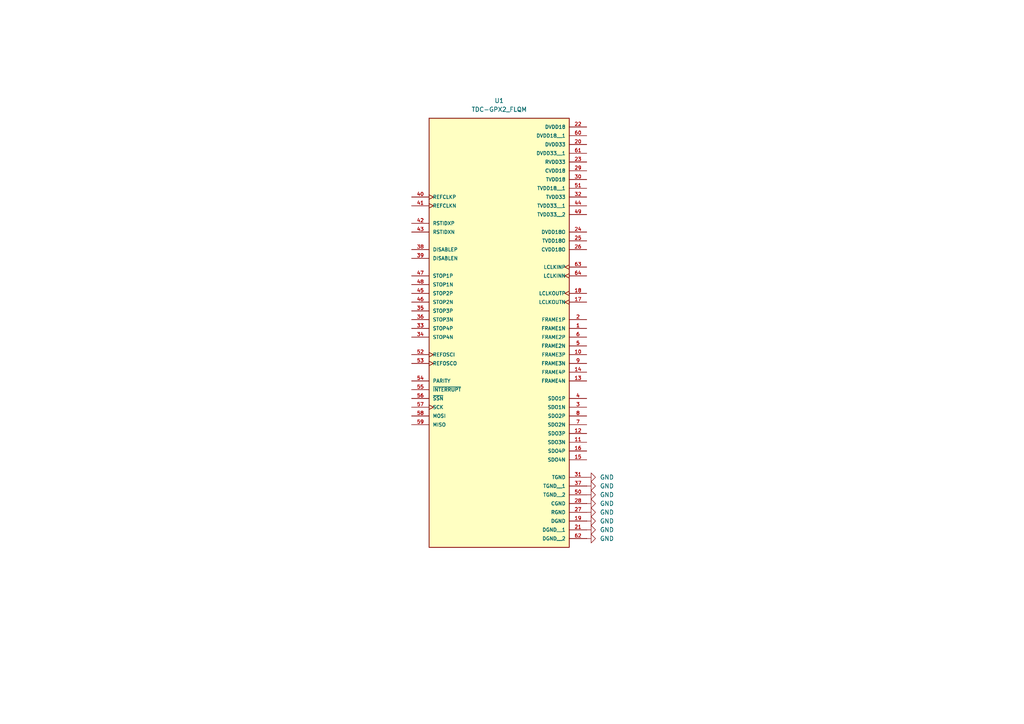
<source format=kicad_sch>
(kicad_sch (version 20231120) (generator "eeschema") (generator_version "8.0")
  (paper "A4")
  (lib_symbols
    (symbol "TDC-GPX2_FLQM:TDC-GPX2_FLQM" (pin_names (offset 1.016))
      (property "Reference" "U" (at -20.32 52.07 0))
      (property "Value" "TDC-GPX2_FLQM" (at -20.32 -76.2 0))
      (symbol "TDC-GPX2_FLQM_0_0"
        (rectangle (start -20.32 -73.66) (end 20.32 50.8) (stroke (width 0.254)) (fill (type background)))
        (pin output line (at 25.4 -10.16 180) (length 5.08) (name "FRAME1N") (number "1"))
        (pin output line (at 25.4 -17.78 180) (length 5.08) (name "FRAME3P") (number "10"))
        (pin output line (at 25.4 -43.18 180) (length 5.08) (name "SDO3N") (number "11"))
        (pin output line (at 25.4 -40.64 180) (length 5.08) (name "SDO3P") (number "12"))
        (pin output line (at 25.4 -25.4 180) (length 5.08) (name "FRAME4N") (number "13"))
        (pin output line (at 25.4 -22.86 180) (length 5.08) (name "FRAME4P") (number "14"))
        (pin output line (at 25.4 -48.26 180) (length 5.08) (name "SDO4N") (number "15"))
        (pin output line (at 25.4 -45.72 180) (length 5.08) (name "SDO4P") (number "16"))
        (pin output clock (at 25.4 -2.54 180) (length 5.08) (name "LCLKOUTN") (number "17"))
        (pin output clock (at 25.4 0 180) (length 5.08) (name "LCLKOUTP") (number "18"))
        (pin power_in line (at 25.4 -66.04 180) (length 5.08) (name "DGND") (number "19"))
        (pin output line (at 25.4 -7.62 180) (length 5.08) (name "FRAME1P") (number "2"))
        (pin power_in line (at 25.4 43.18 180) (length 5.08) (name "DVDD33") (number "20"))
        (pin power_in line (at 25.4 -68.58 180) (length 5.08) (name "DGND__1") (number "21"))
        (pin power_in line (at 25.4 48.26 180) (length 5.08) (name "DVDD18") (number "22"))
        (pin power_in line (at 25.4 38.1 180) (length 5.08) (name "RVDD33") (number "23"))
        (pin output line (at 25.4 17.78 180) (length 5.08) (name "DVDD18O") (number "24"))
        (pin output line (at 25.4 15.24 180) (length 5.08) (name "TVDD18O") (number "25"))
        (pin output line (at 25.4 12.7 180) (length 5.08) (name "CVDD18O") (number "26"))
        (pin power_in line (at 25.4 -63.5 180) (length 5.08) (name "RGND") (number "27"))
        (pin power_in line (at 25.4 -60.96 180) (length 5.08) (name "CGND") (number "28"))
        (pin power_in line (at 25.4 35.56 180) (length 5.08) (name "CVDD18") (number "29"))
        (pin output line (at 25.4 -33.02 180) (length 5.08) (name "SDO1N") (number "3"))
        (pin power_in line (at 25.4 33.02 180) (length 5.08) (name "TVDD18") (number "30"))
        (pin power_in line (at 25.4 -53.34 180) (length 5.08) (name "TGND") (number "31"))
        (pin power_in line (at 25.4 27.94 180) (length 5.08) (name "TVDD33") (number "32"))
        (pin input line (at -25.4 -10.16 0) (length 5.08) (name "STOP4P") (number "33"))
        (pin input line (at -25.4 -12.7 0) (length 5.08) (name "STOP4N") (number "34"))
        (pin input line (at -25.4 -5.08 0) (length 5.08) (name "STOP3P") (number "35"))
        (pin input line (at -25.4 -7.62 0) (length 5.08) (name "STOP3N") (number "36"))
        (pin power_in line (at 25.4 -55.88 180) (length 5.08) (name "TGND__1") (number "37"))
        (pin input line (at -25.4 12.7 0) (length 5.08) (name "DISABLEP") (number "38"))
        (pin input line (at -25.4 10.16 0) (length 5.08) (name "DISABLEN") (number "39"))
        (pin output line (at 25.4 -30.48 180) (length 5.08) (name "SDO1P") (number "4"))
        (pin input clock (at -25.4 27.94 0) (length 5.08) (name "REFCLKP") (number "40"))
        (pin input clock (at -25.4 25.4 0) (length 5.08) (name "REFCLKN") (number "41"))
        (pin input line (at -25.4 20.32 0) (length 5.08) (name "RSTIDXP") (number "42"))
        (pin input line (at -25.4 17.78 0) (length 5.08) (name "RSTIDXN") (number "43"))
        (pin power_in line (at 25.4 25.4 180) (length 5.08) (name "TVDD33__1") (number "44"))
        (pin input line (at -25.4 0 0) (length 5.08) (name "STOP2P") (number "45"))
        (pin input line (at -25.4 -2.54 0) (length 5.08) (name "STOP2N") (number "46"))
        (pin input line (at -25.4 5.08 0) (length 5.08) (name "STOP1P") (number "47"))
        (pin input line (at -25.4 2.54 0) (length 5.08) (name "STOP1N") (number "48"))
        (pin power_in line (at 25.4 22.86 180) (length 5.08) (name "TVDD33__2") (number "49"))
        (pin output line (at 25.4 -15.24 180) (length 5.08) (name "FRAME2N") (number "5"))
        (pin power_in line (at 25.4 -58.42 180) (length 5.08) (name "TGND__2") (number "50"))
        (pin power_in line (at 25.4 30.48 180) (length 5.08) (name "TVDD18__1") (number "51"))
        (pin input clock (at -25.4 -17.78 0) (length 5.08) (name "REFOSCI") (number "52"))
        (pin output clock (at -25.4 -20.32 0) (length 5.08) (name "REFOSCO") (number "53"))
        (pin output line (at -25.4 -25.4 0) (length 5.08) (name "PARITY") (number "54"))
        (pin output line (at -25.4 -27.94 0) (length 5.08) (name "~{INTERRUPT}") (number "55"))
        (pin input line (at -25.4 -30.48 0) (length 5.08) (name "~{SSN}") (number "56"))
        (pin input clock (at -25.4 -33.02 0) (length 5.08) (name "SCK") (number "57"))
        (pin input line (at -25.4 -35.56 0) (length 5.08) (name "MOSI") (number "58"))
        (pin bidirectional line (at -25.4 -38.1 0) (length 5.08) (name "MISO") (number "59"))
        (pin output line (at 25.4 -12.7 180) (length 5.08) (name "FRAME2P") (number "6"))
        (pin power_in line (at 25.4 45.72 180) (length 5.08) (name "DVDD18__1") (number "60"))
        (pin power_in line (at 25.4 40.64 180) (length 5.08) (name "DVDD33__1") (number "61"))
        (pin power_in line (at 25.4 -71.12 180) (length 5.08) (name "DGND__2") (number "62"))
        (pin input clock (at 25.4 7.62 180) (length 5.08) (name "LCLKINP") (number "63"))
        (pin input clock (at 25.4 5.08 180) (length 5.08) (name "LCLKINN") (number "64"))
        (pin output line (at 25.4 -38.1 180) (length 5.08) (name "SDO2N") (number "7"))
        (pin output line (at 25.4 -35.56 180) (length 5.08) (name "SDO2P") (number "8"))
        (pin output line (at 25.4 -20.32 180) (length 5.08) (name "FRAME3N") (number "9"))
      )
    )
    (symbol "power:GND" (power) (pin_numbers hide) (pin_names (offset 0) hide)
      (property "Value" "GND" (at 0 -3.81 0))
      (symbol "GND_0_1"
        (polyline (pts (xy 0 0) (xy 0 -1.27) (xy 1.27 -1.27) (xy 0 -2.54) (xy -1.27 -1.27) (xy 0 -1.27)))
      )
      (symbol "GND_1_1"
        (pin power_in line (at 0 0 270) (length 0) (name "~") (number "1"))
      )
    )
  )
  (symbol (lib_id "power:GND") (at 170.18 138.43 90) (unit 1)
    (property "Reference" "#PWR08" (effects (hide yes)))
    (property "Value" "GND" (at 173.99 138.4299 90) (effects (justify right)))
    (property "Description" "Power symbol creates a global label with name \"GND\" , ground" (effects (hide yes)))
  )
  (symbol (lib_id "power:GND") (at 170.18 140.97 90) (unit 1)
    (property "Reference" "#PWR04" (effects (hide yes)))
    (property "Value" "GND" (at 173.99 140.9699 90) (effects (justify right)))
    (property "Description" "Power symbol creates a global label with name \"GND\" , ground" (effects (hide yes)))
  )
  (symbol (lib_id "power:GND") (at 170.18 156.21 90) (unit 1)
    (property "Reference" "#PWR01" (effects (hide yes)))
    (property "Value" "GND" (at 173.99 156.2099 90) (effects (justify right)))
    (property "Description" "Power symbol creates a global label with name \"GND\" , ground" (effects (hide yes)))
  )
  (symbol (lib_id "power:GND") (at 170.18 143.51 90) (unit 1)
    (property "Reference" "#PWR03" (effects (hide yes)))
    (property "Value" "GND" (at 173.99 143.5099 90) (effects (justify right)))
    (property "Description" "Power symbol creates a global label with name \"GND\" , ground" (effects (hide yes)))
  )
  (symbol (lib_id "power:GND") (at 170.18 151.13 90) (unit 1)
    (property "Reference" "#PWR05" (effects (hide yes)))
    (property "Value" "GND" (at 173.99 151.1299 90) (effects (justify right)))
    (property "Description" "Power symbol creates a global label with name \"GND\" , ground" (effects (hide yes)))
  )
  (symbol (lib_id "power:GND") (at 170.18 146.05 90) (unit 1)
    (property "Reference" "#PWR07" (effects (hide yes)))
    (property "Value" "GND" (at 173.99 146.0499 90) (effects (justify right)))
    (property "Description" "Power symbol creates a global label with name \"GND\" , ground" (effects (hide yes)))
  )
  (symbol (lib_id "TDC-GPX2_FLQM:TDC-GPX2_FLQM") (at 144.78 85.09 0) (unit 1)
    (property "Reference" "U1" (at 144.78 29.21 0))
    (property "Value" "TDC-GPX2_FLQM" (at 144.78 31.75 0))
    (property "Footprint" "TDC-GPX2_FLQM:QFP50P1200X1200X160-64N" (effects (hide yes)))
    (property "PARTREV" "v1-03" (effects (hide yes)))
    (property "STANDARD" "IPC 7351B" (effects (hide yes)))
    (property "MAXIMUM_PACKAGE_HEIGHT" "1.6 mm" (effects (hide yes)))
    (property "MANUFACTURER" "ScioSense" (effects (hide yes)))
  )
  (symbol (lib_id "power:GND") (at 170.18 153.67 90) (unit 1)
    (property "Reference" "#PWR02" (effects (hide yes)))
    (property "Value" "GND" (at 173.99 153.6699 90) (effects (justify right)))
    (property "Description" "Power symbol creates a global label with name \"GND\" , ground" (effects (hide yes)))
  )
  (symbol (lib_id "power:GND") (at 170.18 148.59 90) (unit 1)
    (property "Reference" "#PWR06" (effects (hide yes)))
    (property "Value" "GND" (at 173.99 148.5899 90) (effects (justify right)))
    (property "Description" "Power symbol creates a global label with name \"GND\" , ground" (effects (hide yes)))
  )
)
</source>
